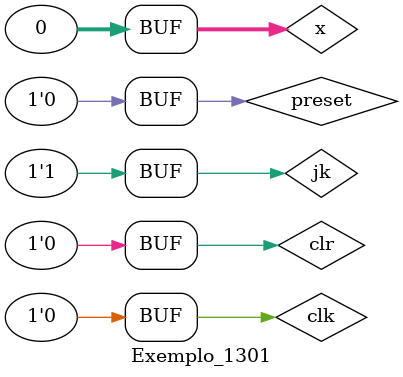
<source format=v>
/*
 Exemplo_1301.v - v0.0. - 30 / 10 / 2022
 Autor    : Gabriel Vargas Bento de Souza
 Matricula: 778023
 */

`include "FlipFlops.v"

/**
  Main
 */
module Exemplo_1301;
   wire q;            // q
   wire qnot[5:0];    // qnot
   reg  jk;           // j k
   reg  clk;          // clock
   reg  preset;       // 0
   reg  clr;          // clear
   integer x;         // decimal correspondente

   
   // instancias
   jkff JK_1 (q, qnot[5], jk, jk, qnot[4], preset, clr);
   jkff JK_2 (q, qnot[4], jk, jk, qnot[3], preset, clr);
   jkff JK_3 (q, qnot[3], jk, jk, qnot[2], preset, clr);
   jkff JK_4 (q, qnot[2], jk, jk, qnot[1], preset, clr);
   jkff JK_5 (q, qnot[1], jk, jk, qnot[0], preset, clr);
   jkff JK_6 (q, qnot[0], jk, jk, clk, preset, clr);

   
   // valores iniciais
   initial begin: start
      jk     = 1'b1;
      clk    = 1'b0;
      preset = 1'b0;
      clr    = 1'b1;
   end

   // parte principal
   initial begin: main
       $display("Gabriel Vargas Bento de Souza - 778023");
       $display("Exemplo_1301");
       $display("\n(Down) Asynchronous counter - 6 bits \n");

       // monitoramento
       $display("[id]: a b c d e f");
       $monitor(" %2d  %2b %b %b %b %b %b", 
                 x, qnot[5], qnot[4], qnot[3], qnot[2], qnot[1], qnot[0]);

       // sinalizacao
       #1  clk = ~clk; clk = ~clk; clr = 1'b0;
       #1  clk = ~clk;

       for (x = 63; x > 0; x=x-1)
        begin
            #1 clk = ~clk; clk = ~clk;
        end
   end
endmodule // Exemplo_1301

/*
gabriel@desktop-ubuntu:~/Desktop/CC-PUC/2periodo/ARQ1/Tarefas/Guia13$ vvp Exemplo_1301.vvp
Gabriel Vargas Bento de Souza - 778023
Exemplo_1301

(Down) Asynchronous counter - 6 bits 

[id]: a b c d e f
  x   1 1 1 1 1 1
  x   0 0 0 0 0 0
 63   1 1 1 1 1 1
 62   1 1 1 1 1 0
 61   1 1 1 1 0 1
 60   1 1 1 1 0 0
 59   1 1 1 0 1 1
 58   1 1 1 0 1 0
 57   1 1 1 0 0 1
 56   1 1 1 0 0 0
 55   1 1 0 1 1 1
 54   1 1 0 1 1 0
 53   1 1 0 1 0 1
 52   1 1 0 1 0 0
 51   1 1 0 0 1 1
 50   1 1 0 0 1 0
 49   1 1 0 0 0 1
 48   1 1 0 0 0 0
 47   1 0 1 1 1 1
 46   1 0 1 1 1 0
 45   1 0 1 1 0 1
 44   1 0 1 1 0 0
 43   1 0 1 0 1 1
 42   1 0 1 0 1 0
 41   1 0 1 0 0 1
 40   1 0 1 0 0 0
 39   1 0 0 1 1 1
 38   1 0 0 1 1 0
 37   1 0 0 1 0 1
 36   1 0 0 1 0 0
 35   1 0 0 0 1 1
 34   1 0 0 0 1 0
 33   1 0 0 0 0 1
 32   1 0 0 0 0 0
 31   0 1 1 1 1 1
 30   0 1 1 1 1 0
 29   0 1 1 1 0 1
 28   0 1 1 1 0 0
 27   0 1 1 0 1 1
 26   0 1 1 0 1 0
 25   0 1 1 0 0 1
 24   0 1 1 0 0 0
 23   0 1 0 1 1 1
 22   0 1 0 1 1 0
 21   0 1 0 1 0 1
 20   0 1 0 1 0 0
 19   0 1 0 0 1 1
 18   0 1 0 0 1 0
 17   0 1 0 0 0 1
 16   0 1 0 0 0 0
 15   0 0 1 1 1 1
 14   0 0 1 1 1 0
 13   0 0 1 1 0 1
 12   0 0 1 1 0 0
 11   0 0 1 0 1 1
 10   0 0 1 0 1 0
  9   0 0 1 0 0 1
  8   0 0 1 0 0 0
  7   0 0 0 1 1 1
  6   0 0 0 1 1 0
  5   0 0 0 1 0 1
  4   0 0 0 1 0 0
  3   0 0 0 0 1 1
  2   0 0 0 0 1 0
  1   0 0 0 0 0 1
  0   0 0 0 0 0 0

*/
</source>
